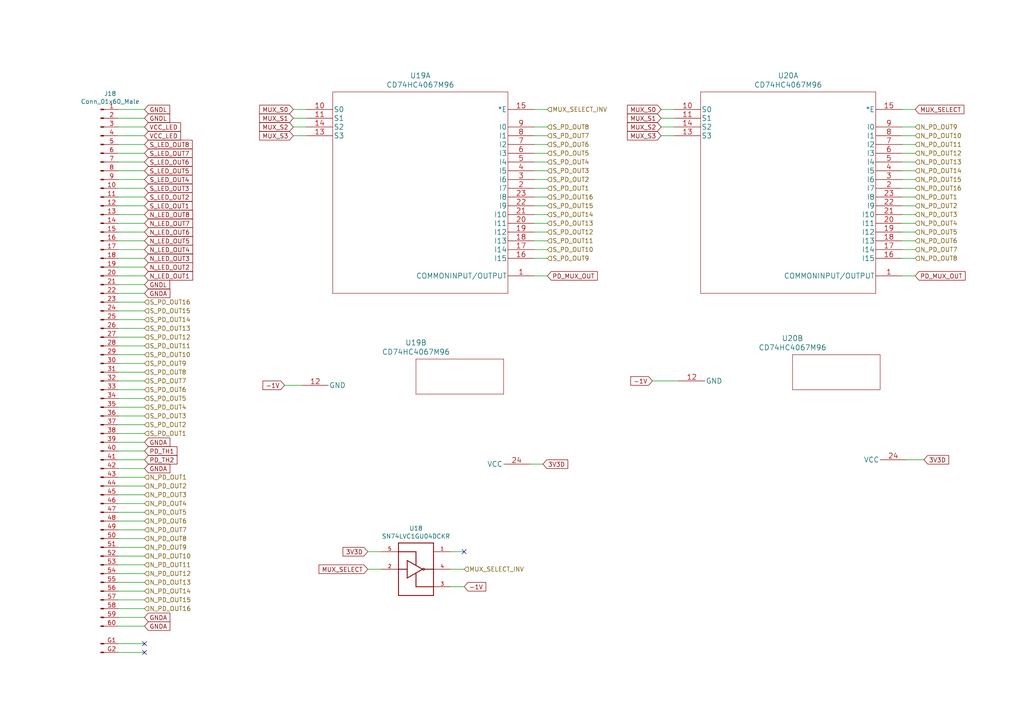
<source format=kicad_sch>
(kicad_sch (version 20211123) (generator eeschema)
  (paper "A4")
  (lib_symbols
    (symbol "Ninja-qPCR:CD74HC4067M96" (pin_names (offset 0.254))
      (property "Reference" "U" (at 33.02 10.16 0))
      (property "Value" "Ninja-qPCR_CD74HC4067M96" (at 33.02 7.62 0))
      (symbol "CD74HC4067M96_1_1"
        (polyline (pts (xy 7.62 -53.34) (xy 58.42 -53.34)) (stroke (width 0.127)))
        (polyline (pts (xy 7.62 5.08) (xy 7.62 -53.34)) (stroke (width 0.127)))
        (polyline (pts (xy 58.42 -53.34) (xy 58.42 5.08)) (stroke (width 0.127)))
        (polyline (pts (xy 58.42 5.08) (xy 7.62 5.08)) (stroke (width 0.127)))
        (pin bidirectional line (at 0 -48.26 0) (length 7.62) (name "COMMONINPUT/OUTPUT") (number "1"))
        (pin output line (at 66.04 0 180) (length 7.62) (name "S0") (number "10"))
        (pin output line (at 66.04 -2.54 180) (length 7.62) (name "S1") (number "11"))
        (pin output line (at 66.04 -7.62 180) (length 7.62) (name "S3") (number "13"))
        (pin output line (at 66.04 -5.08 180) (length 7.62) (name "S2") (number "14"))
        (pin input line (at 0 0 0) (length 7.62) (name "*E") (number "15"))
        (pin input line (at 0 -43.18 0) (length 7.62) (name "I15") (number "16"))
        (pin input line (at 0 -40.64 0) (length 7.62) (name "I14") (number "17"))
        (pin input line (at 0 -38.1 0) (length 7.62) (name "I13") (number "18"))
        (pin input line (at 0 -35.56 0) (length 7.62) (name "I12") (number "19"))
        (pin input line (at 0 -22.86 0) (length 7.62) (name "I7") (number "2"))
        (pin input line (at 0 -33.02 0) (length 7.62) (name "I11") (number "20"))
        (pin input line (at 0 -30.48 0) (length 7.62) (name "I10") (number "21"))
        (pin input line (at 0 -27.94 0) (length 7.62) (name "I9") (number "22"))
        (pin input line (at 0 -25.4 0) (length 7.62) (name "I8") (number "23"))
        (pin input line (at 0 -20.32 0) (length 7.62) (name "I6") (number "3"))
        (pin input line (at 0 -17.78 0) (length 7.62) (name "I5") (number "4"))
        (pin input line (at 0 -15.24 0) (length 7.62) (name "I4") (number "5"))
        (pin input line (at 0 -12.7 0) (length 7.62) (name "I3") (number "6"))
        (pin input line (at 0 -10.16 0) (length 7.62) (name "I2") (number "7"))
        (pin input line (at 0 -7.62 0) (length 7.62) (name "I1") (number "8"))
        (pin input line (at 0 -5.08 0) (length 7.62) (name "I0") (number "9"))
      )
      (symbol "CD74HC4067M96_2_1"
        (polyline (pts (xy 7.62 -5.08) (xy 33.02 -5.08)) (stroke (width 0.127)))
        (polyline (pts (xy 7.62 5.08) (xy 7.62 -5.08)) (stroke (width 0.127)))
        (polyline (pts (xy 33.02 -5.08) (xy 33.02 5.08)) (stroke (width 0.127)))
        (polyline (pts (xy 33.02 5.08) (xy 7.62 5.08)) (stroke (width 0.127)))
        (pin power_in line (at 66.04 -2.54 180) (length 7.62) (name "GND") (number "12"))
        (pin power_in line (at 0 -25.4 0) (length 7.62) (name "VCC") (number "24"))
      )
    )
    (symbol "Ninja-qPCR:Conn_01x60_Male" (pin_names (offset 1.016) hide)
      (property "Reference" "J" (at 0 50.8 0))
      (property "Value" "Ninja-qPCR_Conn_01x60_Male" (at 1.27 -113.03 0))
      (symbol "Conn_01x60_Male_1_1"
        (polyline (pts (xy 1.27 -109.22) (xy 0.8636 -109.22)) (stroke (width 0.1524)))
        (polyline (pts (xy 1.27 -106.68) (xy 0.8636 -106.68)) (stroke (width 0.1524)))
        (polyline (pts (xy 1.27 -101.6) (xy 0.8636 -101.6)) (stroke (width 0.1524)))
        (polyline (pts (xy 1.27 -99.06) (xy 0.8636 -99.06)) (stroke (width 0.1524)))
        (polyline (pts (xy 1.27 -96.52) (xy 0.8636 -96.52)) (stroke (width 0.1524)))
        (polyline (pts (xy 1.27 -93.98) (xy 0.8636 -93.98)) (stroke (width 0.1524)))
        (polyline (pts (xy 1.27 -91.44) (xy 0.8636 -91.44)) (stroke (width 0.1524)))
        (polyline (pts (xy 1.27 -88.9) (xy 0.8636 -88.9)) (stroke (width 0.1524)))
        (polyline (pts (xy 1.27 -86.36) (xy 0.8636 -86.36)) (stroke (width 0.1524)))
        (polyline (pts (xy 1.27 -83.82) (xy 0.8636 -83.82)) (stroke (width 0.1524)))
        (polyline (pts (xy 1.27 -81.28) (xy 0.8636 -81.28)) (stroke (width 0.1524)))
        (polyline (pts (xy 1.27 -78.74) (xy 0.8636 -78.74)) (stroke (width 0.1524)))
        (polyline (pts (xy 1.27 -76.2) (xy 0.8636 -76.2)) (stroke (width 0.1524)))
        (polyline (pts (xy 1.27 -73.66) (xy 0.8636 -73.66)) (stroke (width 0.1524)))
        (polyline (pts (xy 1.27 -71.12) (xy 0.8636 -71.12)) (stroke (width 0.1524)))
        (polyline (pts (xy 1.27 -68.58) (xy 0.8636 -68.58)) (stroke (width 0.1524)))
        (polyline (pts (xy 1.27 -66.04) (xy 0.8636 -66.04)) (stroke (width 0.1524)))
        (polyline (pts (xy 1.27 -63.5) (xy 0.8636 -63.5)) (stroke (width 0.1524)))
        (polyline (pts (xy 1.27 -60.96) (xy 0.8636 -60.96)) (stroke (width 0.1524)))
        (polyline (pts (xy 1.27 -58.42) (xy 0.8636 -58.42)) (stroke (width 0.1524)))
        (polyline (pts (xy 1.27 -55.88) (xy 0.8636 -55.88)) (stroke (width 0.1524)))
        (polyline (pts (xy 1.27 -53.34) (xy 0.8636 -53.34)) (stroke (width 0.1524)))
        (polyline (pts (xy 1.27 -50.8) (xy 0.8636 -50.8)) (stroke (width 0.1524)))
        (polyline (pts (xy 1.27 -48.26) (xy 0.8636 -48.26)) (stroke (width 0.1524)))
        (polyline (pts (xy 1.27 -45.72) (xy 0.8636 -45.72)) (stroke (width 0.1524)))
        (polyline (pts (xy 1.27 -43.18) (xy 0.8636 -43.18)) (stroke (width 0.1524)))
        (polyline (pts (xy 1.27 -40.64) (xy 0.8636 -40.64)) (stroke (width 0.1524)))
        (polyline (pts (xy 1.27 -38.1) (xy 0.8636 -38.1)) (stroke (width 0.1524)))
        (polyline (pts (xy 1.27 -35.56) (xy 0.8636 -35.56)) (stroke (width 0.1524)))
        (polyline (pts (xy 1.27 -33.02) (xy 0.8636 -33.02)) (stroke (width 0.1524)))
        (polyline (pts (xy 1.27 -30.48) (xy 0.8636 -30.48)) (stroke (width 0.1524)))
        (polyline (pts (xy 1.27 -27.94) (xy 0.8636 -27.94)) (stroke (width 0.1524)))
        (polyline (pts (xy 1.27 -25.4) (xy 0.8636 -25.4)) (stroke (width 0.1524)))
        (polyline (pts (xy 1.27 -22.86) (xy 0.8636 -22.86)) (stroke (width 0.1524)))
        (polyline (pts (xy 1.27 -20.32) (xy 0.8636 -20.32)) (stroke (width 0.1524)))
        (polyline (pts (xy 1.27 -17.78) (xy 0.8636 -17.78)) (stroke (width 0.1524)))
        (polyline (pts (xy 1.27 -15.24) (xy 0.8636 -15.24)) (stroke (width 0.1524)))
        (polyline (pts (xy 1.27 -12.7) (xy 0.8636 -12.7)) (stroke (width 0.1524)))
        (polyline (pts (xy 1.27 -10.16) (xy 0.8636 -10.16)) (stroke (width 0.1524)))
        (polyline (pts (xy 1.27 -7.62) (xy 0.8636 -7.62)) (stroke (width 0.1524)))
        (polyline (pts (xy 1.27 -5.08) (xy 0.8636 -5.08)) (stroke (width 0.1524)))
        (polyline (pts (xy 1.27 -2.54) (xy 0.8636 -2.54)) (stroke (width 0.1524)))
        (polyline (pts (xy 1.27 0) (xy 0.8636 0)) (stroke (width 0.1524)))
        (polyline (pts (xy 1.27 2.54) (xy 0.8636 2.54)) (stroke (width 0.1524)))
        (polyline (pts (xy 1.27 5.08) (xy 0.8636 5.08)) (stroke (width 0.1524)))
        (polyline (pts (xy 1.27 7.62) (xy 0.8636 7.62)) (stroke (width 0.1524)))
        (polyline (pts (xy 1.27 10.16) (xy 0.8636 10.16)) (stroke (width 0.1524)))
        (polyline (pts (xy 1.27 12.7) (xy 0.8636 12.7)) (stroke (width 0.1524)))
        (polyline (pts (xy 1.27 15.24) (xy 0.8636 15.24)) (stroke (width 0.1524)))
        (polyline (pts (xy 1.27 17.78) (xy 0.8636 17.78)) (stroke (width 0.1524)))
        (polyline (pts (xy 1.27 20.32) (xy 0.8636 20.32)) (stroke (width 0.1524)))
        (polyline (pts (xy 1.27 22.86) (xy 0.8636 22.86)) (stroke (width 0.1524)))
        (polyline (pts (xy 1.27 25.4) (xy 0.8636 25.4)) (stroke (width 0.1524)))
        (polyline (pts (xy 1.27 27.94) (xy 0.8636 27.94)) (stroke (width 0.1524)))
        (polyline (pts (xy 1.27 30.48) (xy 0.8636 30.48)) (stroke (width 0.1524)))
        (polyline (pts (xy 1.27 33.02) (xy 0.8636 33.02)) (stroke (width 0.1524)))
        (polyline (pts (xy 1.27 35.56) (xy 0.8636 35.56)) (stroke (width 0.1524)))
        (polyline (pts (xy 1.27 38.1) (xy 0.8636 38.1)) (stroke (width 0.1524)))
        (polyline (pts (xy 1.27 40.64) (xy 0.8636 40.64)) (stroke (width 0.1524)))
        (polyline (pts (xy 1.27 43.18) (xy 0.8636 43.18)) (stroke (width 0.1524)))
        (polyline (pts (xy 1.27 45.72) (xy 0.8636 45.72)) (stroke (width 0.1524)))
        (polyline (pts (xy 1.27 48.26) (xy 0.8636 48.26)) (stroke (width 0.1524)))
        (rectangle (start 0.8636 -109.093) (end 0 -109.347) (stroke (width 0.1524)) (fill (type outline)))
        (rectangle (start 0.8636 -106.553) (end 0 -106.807) (stroke (width 0.1524)) (fill (type outline)))
        (rectangle (start 0.8636 -101.473) (end 0 -101.727) (stroke (width 0.1524)) (fill (type outline)))
        (rectangle (start 0.8636 -98.933) (end 0 -99.187) (stroke (width 0.1524)) (fill (type outline)))
        (rectangle (start 0.8636 -96.393) (end 0 -96.647) (stroke (width 0.1524)) (fill (type outline)))
        (rectangle (start 0.8636 -93.853) (end 0 -94.107) (stroke (width 0.1524)) (fill (type outline)))
        (rectangle (start 0.8636 -91.313) (end 0 -91.567) (stroke (width 0.1524)) (fill (type outline)))
        (rectangle (start 0.8636 -88.773) (end 0 -89.027) (stroke (width 0.1524)) (fill (type outline)))
        (rectangle (start 0.8636 -86.233) (end 0 -86.487) (stroke (width 0.1524)) (fill (type outline)))
        (rectangle (start 0.8636 -83.693) (end 0 -83.947) (stroke (width 0.1524)) (fill (type outline)))
        (rectangle (start 0.8636 -81.153) (end 0 -81.407) (stroke (width 0.1524)) (fill (type outline)))
        (rectangle (start 0.8636 -78.613) (end 0 -78.867) (stroke (width 0.1524)) (fill (type outline)))
        (rectangle (start 0.8636 -76.073) (end 0 -76.327) (stroke (width 0.1524)) (fill (type outline)))
        (rectangle (start 0.8636 -73.533) (end 0 -73.787) (stroke (width 0.1524)) (fill (type outline)))
        (rectangle (start 0.8636 -70.993) (end 0 -71.247) (stroke (width 0.1524)) (fill (type outline)))
        (rectangle (start 0.8636 -68.453) (end 0 -68.707) (stroke (width 0.1524)) (fill (type outline)))
        (rectangle (start 0.8636 -65.913) (end 0 -66.167) (stroke (width 0.1524)) (fill (type outline)))
        (rectangle (start 0.8636 -63.373) (end 0 -63.627) (stroke (width 0.1524)) (fill (type outline)))
        (rectangle (start 0.8636 -60.833) (end 0 -61.087) (stroke (width 0.1524)) (fill (type outline)))
        (rectangle (start 0.8636 -58.293) (end 0 -58.547) (stroke (width 0.1524)) (fill (type outline)))
        (rectangle (start 0.8636 -55.753) (end 0 -56.007) (stroke (width 0.1524)) (fill (type outline)))
        (rectangle (start 0.8636 -53.213) (end 0 -53.467) (stroke (width 0.1524)) (fill (type outline)))
        (rectangle (start 0.8636 -50.673) (end 0 -50.927) (stroke (width 0.1524)) (fill (type outline)))
        (rectangle (start 0.8636 -48.133) (end 0 -48.387) (stroke (width 0.1524)) (fill (type outline)))
        (rectangle (start 0.8636 -45.593) (end 0 -45.847) (stroke (width 0.1524)) (fill (type outline)))
        (rectangle (start 0.8636 -43.053) (end 0 -43.307) (stroke (width 0.1524)) (fill (type outline)))
        (rectangle (start 0.8636 -40.513) (end 0 -40.767) (stroke (width 0.1524)) (fill (type outline)))
        (rectangle (start 0.8636 -37.973) (end 0 -38.227) (stroke (width 0.1524)) (fill (type outline)))
        (rectangle (start 0.8636 -35.433) (end 0 -35.687) (stroke (width 0.1524)) (fill (type outline)))
        (rectangle (start 0.8636 -32.893) (end 0 -33.147) (stroke (width 0.1524)) (fill (type outline)))
        (rectangle (start 0.8636 -30.353) (end 0 -30.607) (stroke (width 0.1524)) (fill (type outline)))
        (rectangle (start 0.8636 -27.813) (end 0 -28.067) (stroke (width 0.1524)) (fill (type outline)))
        (rectangle (start 0.8636 -25.273) (end 0 -25.527) (stroke (width 0.1524)) (fill (type outline)))
        (rectangle (start 0.8636 -22.733) (end 0 -22.987) (stroke (width 0.1524)) (fill (type outline)))
        (rectangle (start 0.8636 -20.193) (end 0 -20.447) (stroke (width 0.1524)) (fill (type outline)))
        (rectangle (start 0.8636 -17.653) (end 0 -17.907) (stroke (width 0.1524)) (fill (type outline)))
        (rectangle (start 0.8636 -15.113) (end 0 -15.367) (stroke (width 0.1524)) (fill (type outline)))
        (rectangle (start 0.8636 -12.573) (end 0 -12.827) (stroke (width 0.1524)) (fill (type outline)))
        (rectangle (start 0.8636 -10.033) (end 0 -10.287) (stroke (width 0.1524)) (fill (type outline)))
        (rectangle (start 0.8636 -7.493) (end 0 -7.747) (stroke (width 0.1524)) (fill (type outline)))
        (rectangle (start 0.8636 -4.953) (end 0 -5.207) (stroke (width 0.1524)) (fill (type outline)))
        (rectangle (start 0.8636 -2.413) (end 0 -2.667) (stroke (width 0.1524)) (fill (type outline)))
        (rectangle (start 0.8636 0.127) (end 0 -0.127) (stroke (width 0.1524)) (fill (type outline)))
        (rectangle (start 0.8636 2.667) (end 0 2.413) (stroke (width 0.1524)) (fill (type outline)))
        (rectangle (start 0.8636 5.207) (end 0 4.953) (stroke (width 0.1524)) (fill (type outline)))
        (rectangle (start 0.8636 7.747) (end 0 7.493) (stroke (width 0.1524)) (fill (type outline)))
        (rectangle (start 0.8636 10.287) (end 0 10.033) (stroke (width 0.1524)) (fill (type outline)))
        (rectangle (start 0.8636 12.827) (end 0 12.573) (stroke (width 0.1524)) (fill (type outline)))
        (rectangle (start 0.8636 15.367) (end 0 15.113) (stroke (width 0.1524)) (fill (type outline)))
        (rectangle (start 0.8636 17.907) (end 0 17.653) (stroke (width 0.1524)) (fill (type outline)))
        (rectangle (start 0.8636 20.447) (end 0 20.193) (stroke (width 0.1524)) (fill (type outline)))
        (rectangle (start 0.8636 22.987) (end 0 22.733) (stroke (width 0.1524)) (fill (type outline)))
        (rectangle (start 0.8636 25.527) (end 0 25.273) (stroke (width 0.1524)) (fill (type outline)))
        (rectangle (start 0.8636 28.067) (end 0 27.813) (stroke (width 0.1524)) (fill (type outline)))
        (rectangle (start 0.8636 30.607) (end 0 30.353) (stroke (width 0.1524)) (fill (type outline)))
        (rectangle (start 0.8636 33.147) (end 0 32.893) (stroke (width 0.1524)) (fill (type outline)))
        (rectangle (start 0.8636 35.687) (end 0 35.433) (stroke (width 0.1524)) (fill (type outline)))
        (rectangle (start 0.8636 38.227) (end 0 37.973) (stroke (width 0.1524)) (fill (type outline)))
        (rectangle (start 0.8636 40.767) (end 0 40.513) (stroke (width 0.1524)) (fill (type outline)))
        (rectangle (start 0.8636 43.307) (end 0 43.053) (stroke (width 0.1524)) (fill (type outline)))
        (rectangle (start 0.8636 45.847) (end 0 45.593) (stroke (width 0.1524)) (fill (type outline)))
        (rectangle (start 0.8636 48.387) (end 0 48.133) (stroke (width 0.1524)) (fill (type outline)))
        (pin passive line (at 5.08 48.26 180) (length 3.81) (name "Pin_1") (number "1"))
        (pin passive line (at 5.08 25.4 180) (length 3.81) (name "Pin_10") (number "10"))
        (pin passive line (at 5.08 22.86 180) (length 3.81) (name "Pin_11") (number "11"))
        (pin passive line (at 5.08 20.32 180) (length 3.81) (name "Pin_12") (number "12"))
        (pin passive line (at 5.08 17.78 180) (length 3.81) (name "Pin_13") (number "13"))
        (pin passive line (at 5.08 15.24 180) (length 3.81) (name "Pin_14") (number "14"))
        (pin passive line (at 5.08 12.7 180) (length 3.81) (name "Pin_15") (number "15"))
        (pin passive line (at 5.08 10.16 180) (length 3.81) (name "Pin_16") (number "16"))
        (pin passive line (at 5.08 7.62 180) (length 3.81) (name "Pin_17") (number "17"))
        (pin passive line (at 5.08 5.08 180) (length 3.81) (name "Pin_18") (number "18"))
        (pin passive line (at 5.08 2.54 180) (length 3.81) (name "Pin_19") (number "19"))
        (pin passive line (at 5.08 45.72 180) (length 3.81) (name "Pin_2") (number "2"))
        (pin passive line (at 5.08 0 180) (length 3.81) (name "Pin_20") (number "20"))
        (pin passive line (at 5.08 -2.54 180) (length 3.81) (name "Pin_21") (number "21"))
        (pin passive line (at 5.08 -5.08 180) (length 3.81) (name "Pin_22") (number "22"))
        (pin passive line (at 5.08 -7.62 180) (length 3.81) (name "Pin_23") (number "23"))
        (pin passive line (at 5.08 -10.16 180) (length 3.81) (name "Pin_24") (number "24"))
        (pin passive line (at 5.08 -12.7 180) (length 3.81) (name "Pin_25") (number "25"))
        (pin passive line (at 5.08 -15.24 180) (length 3.81) (name "Pin_26") (number "26"))
        (pin passive line (at 5.08 -17.78 180) (length 3.81) (name "Pin_27") (number "27"))
        (pin passive line (at 5.08 -20.32 180) (length 3.81) (name "Pin_28") (number "28"))
        (pin passive line (at 5.08 -22.86 180) (length 3.81) (name "Pin_29") (number "29"))
        (pin passive line (at 5.08 43.18 180) (length 3.81) (name "Pin_3") (number "3"))
        (pin passive line (at 5.08 -25.4 180) (length 3.81) (name "Pin_30") (number "30"))
        (pin passive line (at 5.08 -27.94 180) (length 3.81) (name "Pin_31") (number "31"))
        (pin passive line (at 5.08 -30.48 180) (length 3.81) (name "Pin_32") (number "32"))
        (pin passive line (at 5.08 -33.02 180) (length 3.81) (name "Pin_33") (number "33"))
        (pin passive line (at 5.08 -35.56 180) (length 3.81) (name "Pin_34") (number "34"))
        (pin passive line (at 5.08 -38.1 180) (length 3.81) (name "Pin_35") (number "35"))
        (pin passive line (at 5.08 -40.64 180) (length 3.81) (name "Pin_36") (number "36"))
        (pin passive line (at 5.08 -43.18 180) (length 3.81) (name "Pin_37") (number "37"))
        (pin passive line (at 5.08 -45.72 180) (length 3.81) (name "Pin_38") (number "38"))
        (pin passive line (at 5.08 -48.26 180) (length 3.81) (name "Pin_39") (number "39"))
        (pin passive line (at 5.08 40.64 180) (length 3.81) (name "Pin_4") (number "4"))
        (pin passive line (at 5.08 -50.8 180) (length 3.81) (name "Pin_40") (number "40"))
        (pin passive line (at 5.08 -53.34 180) (length 3.81) (name "Pin_41") (number "41"))
        (pin passive line (at 5.08 -55.88 180) (length 3.81) (name "Pin_42") (number "42"))
        (pin passive line (at 5.08 -58.42 180) (length 3.81) (name "Pin_43") (number "43"))
        (pin passive line (at 5.08 -60.96 180) (length 3.81) (name "Pin_44") (number "44"))
        (pin passive line (at 5.08 -63.5 180) (length 3.81) (name "Pin_45") (number "45"))
        (pin passive line (at 5.08 -66.04 180) (length 3.81) (name "Pin_46") (number "46"))
        (pin passive line (at 5.08 -68.58 180) (length 3.81) (name "Pin_47") (number "47"))
        (pin passive line (at 5.08 -71.12 180) (length 3.81) (name "Pin_48") (number "48"))
        (pin passive line (at 5.08 -73.66 180) (length 3.81) (name "Pin_49") (number "49"))
        (pin passive line (at 5.08 38.1 180) (length 3.81) (name "Pin_5") (number "5"))
        (pin passive line (at 5.08 -76.2 180) (length 3.81) (name "Pin_50") (number "50"))
        (pin passive line (at 5.08 -78.74 180) (length 3.81) (name "Pin_51") (number "51"))
        (pin passive line (at 5.08 -81.28 180) (length 3.81) (name "Pin_52") (number "52"))
        (pin passive line (at 5.08 -83.82 180) (length 3.81) (name "Pin_53") (number "53"))
        (pin passive line (at 5.08 -86.36 180) (length 3.81) (name "Pin_54") (number "54"))
        (pin passive line (at 5.08 -88.9 180) (length 3.81) (name "Pin_55") (number "55"))
        (pin passive line (at 5.08 -91.44 180) (length 3.81) (name "Pin_56") (number "56"))
        (pin passive line (at 5.08 -93.98 180) (length 3.81) (name "Pin_57") (number "57"))
        (pin passive line (at 5.08 -96.52 180) (length 3.81) (name "Pin_58") (number "58"))
        (pin passive line (at 5.08 -99.06 180) (length 3.81) (name "Pin_59") (number "59"))
        (pin passive line (at 5.08 35.56 180) (length 3.81) (name "Pin_6") (number "6"))
        (pin passive line (at 5.08 -101.6 180) (length 3.81) (name "Pin_60") (number "60"))
        (pin passive line (at 5.08 33.02 180) (length 3.81) (name "Pin_7") (number "7"))
        (pin passive line (at 5.08 30.48 180) (length 3.81) (name "Pin_8") (number "8"))
        (pin passive line (at 5.08 27.94 180) (length 3.81) (name "Pin_9") (number "9"))
        (pin passive line (at 5.08 -106.68 180) (length 3.81) (name "Pin_G1") (number "G1"))
        (pin passive line (at 5.08 -109.22 180) (length 3.81) (name "Pin_G2") (number "G2"))
      )
    )
    (symbol "Ninja-qPCR:SN74LVC1G04DBVR" (pin_names (offset 1.016) hide)
      (property "Reference" "U" (at -5.08 8.6106 0))
      (property "Value" "Ninja-qPCR_SN74LVC1G04DBVR" (at -5.08 -10.16 0))
      (symbol "SN74LVC1G04DBVR_0_0"
        (polyline (pts (xy -5.08 -7.62) (xy 5.08 -7.62)) (stroke (width 0.254)))
        (polyline (pts (xy -5.08 0) (xy -2.54 0)) (stroke (width 0.254)))
        (polyline (pts (xy -5.08 5.08) (xy 0 5.08)) (stroke (width 0.254)))
        (polyline (pts (xy -5.08 7.62) (xy -5.08 -7.62)) (stroke (width 0.254)))
        (polyline (pts (xy -2.54 -2.54) (xy -2.54 0)) (stroke (width 0.254)))
        (polyline (pts (xy -2.54 0) (xy -2.54 2.54)) (stroke (width 0.254)))
        (polyline (pts (xy -2.54 2.54) (xy 1.905 0)) (stroke (width 0.254)))
        (polyline (pts (xy 0 -5.08) (xy 5.08 -5.08)) (stroke (width 0.254)))
        (polyline (pts (xy 0 -1.143) (xy 0 -5.08)) (stroke (width 0.254)))
        (polyline (pts (xy 0 5.08) (xy 0 1.143)) (stroke (width 0.254)))
        (polyline (pts (xy 1.905 0) (xy -2.54 -2.54)) (stroke (width 0.254)))
        (polyline (pts (xy 2.54 0) (xy 5.08 0)) (stroke (width 0.254)))
        (polyline (pts (xy 5.08 -7.62) (xy 5.08 7.62)) (stroke (width 0.254)))
        (polyline (pts (xy 5.08 7.62) (xy -5.08 7.62)) (stroke (width 0.254)))
        (circle (center 2.1844 0) (radius 0.254) (stroke (width 0.254)))
        (pin passive line (at 10.16 5.08 180) (length 5.08) (name "~") (number "1"))
        (pin input line (at -10.16 0 0) (length 5.08) (name "~") (number "2"))
        (pin power_in line (at 10.16 -5.08 180) (length 5.08) (name "~") (number "3"))
        (pin output line (at 10.16 0 180) (length 5.08) (name "~") (number "4"))
        (pin power_in line (at -10.16 5.08 0) (length 5.08) (name "~") (number "5"))
      )
    )
  )
  (no_connect (at 134.62 160.02))
  (no_connect (at 41.91 189.23))
  (no_connect (at 41.91 186.69))
  (wire (pts (xy 88.9 31.75) (xy 85.09 31.75)))
  (wire (pts (xy 41.91 80.01) (xy 34.29 80.01)))
  (wire (pts (xy 265.43 67.31) (xy 261.62 67.31)))
  (wire (pts (xy 265.43 44.45) (xy 261.62 44.45)))
  (wire (pts (xy 41.91 148.59) (xy 34.29 148.59)))
  (wire (pts (xy 41.91 135.89) (xy 34.29 135.89)))
  (wire (pts (xy 41.91 179.07) (xy 34.29 179.07)))
  (wire (pts (xy 41.91 92.71) (xy 34.29 92.71)))
  (wire (pts (xy 41.91 39.37) (xy 34.29 39.37)))
  (wire (pts (xy 267.97 133.35) (xy 262.89 133.35)))
  (wire (pts (xy 82.55 111.76) (xy 87.63 111.76)))
  (wire (pts (xy 41.91 64.77) (xy 34.29 64.77)))
  (wire (pts (xy 41.91 171.45) (xy 34.29 171.45)))
  (wire (pts (xy 41.91 85.09) (xy 34.29 85.09)))
  (wire (pts (xy 41.91 36.83) (xy 34.29 36.83)))
  (wire (pts (xy 134.62 160.02) (xy 130.81 160.02)))
  (wire (pts (xy 265.43 31.75) (xy 261.62 31.75)))
  (wire (pts (xy 189.23 110.49) (xy 196.85 110.49)))
  (wire (pts (xy 41.91 31.75) (xy 34.29 31.75)))
  (wire (pts (xy 265.43 54.61) (xy 261.62 54.61)))
  (wire (pts (xy 41.91 140.97) (xy 34.29 140.97)))
  (wire (pts (xy 41.91 82.55) (xy 34.29 82.55)))
  (wire (pts (xy 158.75 80.01) (xy 154.94 80.01)))
  (wire (pts (xy 41.91 181.61) (xy 34.29 181.61)))
  (wire (pts (xy 41.91 151.13) (xy 34.29 151.13)))
  (wire (pts (xy 158.75 67.31) (xy 154.94 67.31)))
  (wire (pts (xy 265.43 64.77) (xy 261.62 64.77)))
  (wire (pts (xy 41.91 46.99) (xy 34.29 46.99)))
  (wire (pts (xy 158.75 41.91) (xy 154.94 41.91)))
  (wire (pts (xy 191.77 34.29) (xy 195.58 34.29)))
  (wire (pts (xy 265.43 41.91) (xy 261.62 41.91)))
  (wire (pts (xy 41.91 138.43) (xy 34.29 138.43)))
  (wire (pts (xy 41.91 113.03) (xy 34.29 113.03)))
  (wire (pts (xy 265.43 57.15) (xy 261.62 57.15)))
  (wire (pts (xy 41.91 118.11) (xy 34.29 118.11)))
  (wire (pts (xy 195.58 36.83) (xy 191.77 36.83)))
  (wire (pts (xy 41.91 72.39) (xy 34.29 72.39)))
  (wire (pts (xy 158.75 31.75) (xy 154.94 31.75)))
  (wire (pts (xy 88.9 39.37) (xy 85.09 39.37)))
  (wire (pts (xy 41.91 44.45) (xy 34.29 44.45)))
  (wire (pts (xy 158.75 54.61) (xy 154.94 54.61)))
  (wire (pts (xy 41.91 100.33) (xy 34.29 100.33)))
  (wire (pts (xy 191.77 39.37) (xy 195.58 39.37)))
  (wire (pts (xy 41.91 146.05) (xy 34.29 146.05)))
  (wire (pts (xy 41.91 57.15) (xy 34.29 57.15)))
  (wire (pts (xy 265.43 49.53) (xy 261.62 49.53)))
  (wire (pts (xy 158.75 69.85) (xy 154.94 69.85)))
  (wire (pts (xy 41.91 59.69) (xy 34.29 59.69)))
  (wire (pts (xy 41.91 161.29) (xy 34.29 161.29)))
  (wire (pts (xy 41.91 74.93) (xy 34.29 74.93)))
  (wire (pts (xy 265.43 69.85) (xy 261.62 69.85)))
  (wire (pts (xy 41.91 102.87) (xy 34.29 102.87)))
  (wire (pts (xy 41.91 97.79) (xy 34.29 97.79)))
  (wire (pts (xy 41.91 163.83) (xy 34.29 163.83)))
  (wire (pts (xy 41.91 90.17) (xy 34.29 90.17)))
  (wire (pts (xy 158.75 74.93) (xy 154.94 74.93)))
  (wire (pts (xy 41.91 168.91) (xy 34.29 168.91)))
  (wire (pts (xy 41.91 176.53) (xy 34.29 176.53)))
  (wire (pts (xy 41.91 49.53) (xy 34.29 49.53)))
  (wire (pts (xy 88.9 36.83) (xy 85.09 36.83)))
  (wire (pts (xy 158.75 49.53) (xy 154.94 49.53)))
  (wire (pts (xy 41.91 186.69) (xy 34.29 186.69)))
  (wire (pts (xy 158.75 57.15) (xy 154.94 57.15)))
  (wire (pts (xy 106.68 165.1) (xy 110.49 165.1)))
  (wire (pts (xy 158.75 36.83) (xy 154.94 36.83)))
  (wire (pts (xy 41.91 54.61) (xy 34.29 54.61)))
  (wire (pts (xy 158.75 59.69) (xy 154.94 59.69)))
  (wire (pts (xy 110.49 160.02) (xy 106.68 160.02)))
  (wire (pts (xy 158.75 62.23) (xy 154.94 62.23)))
  (wire (pts (xy 41.91 105.41) (xy 34.29 105.41)))
  (wire (pts (xy 41.91 77.47) (xy 34.29 77.47)))
  (wire (pts (xy 41.91 173.99) (xy 34.29 173.99)))
  (wire (pts (xy 158.75 64.77) (xy 154.94 64.77)))
  (wire (pts (xy 41.91 156.21) (xy 34.29 156.21)))
  (wire (pts (xy 134.62 170.18) (xy 130.81 170.18)))
  (wire (pts (xy 41.91 110.49) (xy 34.29 110.49)))
  (wire (pts (xy 41.91 125.73) (xy 34.29 125.73)))
  (wire (pts (xy 41.91 95.25) (xy 34.29 95.25)))
  (wire (pts (xy 265.43 36.83) (xy 261.62 36.83)))
  (wire (pts (xy 88.9 34.29) (xy 85.09 34.29)))
  (wire (pts (xy 265.43 72.39) (xy 261.62 72.39)))
  (wire (pts (xy 41.91 52.07) (xy 34.29 52.07)))
  (wire (pts (xy 265.43 62.23) (xy 261.62 62.23)))
  (wire (pts (xy 41.91 166.37) (xy 34.29 166.37)))
  (wire (pts (xy 158.75 46.99) (xy 154.94 46.99)))
  (wire (pts (xy 265.43 52.07) (xy 261.62 52.07)))
  (wire (pts (xy 41.91 123.19) (xy 34.29 123.19)))
  (wire (pts (xy 265.43 74.93) (xy 261.62 74.93)))
  (wire (pts (xy 134.62 165.1) (xy 130.81 165.1)))
  (wire (pts (xy 41.91 133.35) (xy 34.29 133.35)))
  (wire (pts (xy 265.43 59.69) (xy 261.62 59.69)))
  (wire (pts (xy 41.91 67.31) (xy 34.29 67.31)))
  (wire (pts (xy 158.75 39.37) (xy 154.94 39.37)))
  (wire (pts (xy 158.75 52.07) (xy 154.94 52.07)))
  (wire (pts (xy 195.58 31.75) (xy 191.77 31.75)))
  (wire (pts (xy 41.91 69.85) (xy 34.29 69.85)))
  (wire (pts (xy 265.43 80.01) (xy 261.62 80.01)))
  (wire (pts (xy 41.91 153.67) (xy 34.29 153.67)))
  (wire (pts (xy 158.75 44.45) (xy 154.94 44.45)))
  (wire (pts (xy 41.91 41.91) (xy 34.29 41.91)))
  (wire (pts (xy 265.43 39.37) (xy 261.62 39.37)))
  (wire (pts (xy 158.75 72.39) (xy 154.94 72.39)))
  (wire (pts (xy 41.91 34.29) (xy 34.29 34.29)))
  (wire (pts (xy 41.91 158.75) (xy 34.29 158.75)))
  (wire (pts (xy 41.91 120.65) (xy 34.29 120.65)))
  (wire (pts (xy 41.91 128.27) (xy 34.29 128.27)))
  (wire (pts (xy 41.91 189.23) (xy 34.29 189.23)))
  (wire (pts (xy 265.43 46.99) (xy 261.62 46.99)))
  (wire (pts (xy 41.91 107.95) (xy 34.29 107.95)))
  (wire (pts (xy 41.91 130.81) (xy 34.29 130.81)))
  (wire (pts (xy 157.48 134.62) (xy 153.67 134.62)))
  (wire (pts (xy 41.91 115.57) (xy 34.29 115.57)))
  (wire (pts (xy 41.91 87.63) (xy 34.29 87.63)))
  (wire (pts (xy 41.91 62.23) (xy 34.29 62.23)))
  (wire (pts (xy 41.91 143.51) (xy 34.29 143.51)))
  (global_label "PD_MUX_OUT" (shape input) (at 265.43 80.01 0) (property "Intersheet References" "${INTERSHEET_REFS}" (effects hide)))
  (global_label "MUX_S0" (shape input) (at 85.09 31.75 180) (property "Intersheet References" "${INTERSHEET_REFS}" (effects hide)))
  (global_label "S_LED_OUT6" (shape input) (at 41.91 46.99 0) (property "Intersheet References" "${INTERSHEET_REFS}" (effects hide)))
  (global_label "MUX_S3" (shape input) (at 85.09 39.37 180) (property "Intersheet References" "${INTERSHEET_REFS}" (effects hide)))
  (global_label "GNDA" (shape input) (at 41.91 128.27 0) (property "Intersheet References" "${INTERSHEET_REFS}" (effects hide)))
  (global_label "3V3D" (shape input) (at 157.48 134.62 0) (property "Intersheet References" "${INTERSHEET_REFS}" (effects hide)))
  (global_label "N_LED_OUT8" (shape input) (at 41.91 62.23 0) (property "Intersheet References" "${INTERSHEET_REFS}" (effects hide)))
  (global_label "GNDL" (shape input) (at 41.91 34.29 0) (property "Intersheet References" "${INTERSHEET_REFS}" (effects hide)))
  (global_label "S_LED_OUT4" (shape input) (at 41.91 52.07 0) (property "Intersheet References" "${INTERSHEET_REFS}" (effects hide)))
  (global_label "GNDA" (shape input) (at 41.91 135.89 0) (property "Intersheet References" "${INTERSHEET_REFS}" (effects hide)))
  (global_label "MUX_S2" (shape input) (at 85.09 36.83 180) (property "Intersheet References" "${INTERSHEET_REFS}" (effects hide)))
  (global_label "N_LED_OUT4" (shape input) (at 41.91 72.39 0) (property "Intersheet References" "${INTERSHEET_REFS}" (effects hide)))
  (global_label "MUX_SELECT" (shape input) (at 265.43 31.75 0) (property "Intersheet References" "${INTERSHEET_REFS}" (effects hide)))
  (global_label "MUX_SELECT" (shape input) (at 106.68 165.1 180) (property "Intersheet References" "${INTERSHEET_REFS}" (effects hide)))
  (global_label "-1V" (shape input) (at 134.62 170.18 0) (property "Intersheet References" "${INTERSHEET_REFS}" (effects hide)))
  (global_label "VCC_LED" (shape input) (at 41.91 36.83 0) (property "Intersheet References" "${INTERSHEET_REFS}" (effects hide)))
  (global_label "S_LED_OUT7" (shape input) (at 41.91 44.45 0) (property "Intersheet References" "${INTERSHEET_REFS}" (effects hide)))
  (global_label "S_LED_OUT3" (shape input) (at 41.91 54.61 0) (property "Intersheet References" "${INTERSHEET_REFS}" (effects hide)))
  (global_label "S_LED_OUT1" (shape input) (at 41.91 59.69 0) (property "Intersheet References" "${INTERSHEET_REFS}" (effects hide)))
  (global_label "N_LED_OUT7" (shape input) (at 41.91 64.77 0) (property "Intersheet References" "${INTERSHEET_REFS}" (effects hide)))
  (global_label "3V3D" (shape input) (at 106.68 160.02 180) (property "Intersheet References" "${INTERSHEET_REFS}" (effects hide)))
  (global_label "N_LED_OUT2" (shape input) (at 41.91 77.47 0) (property "Intersheet References" "${INTERSHEET_REFS}" (effects hide)))
  (global_label "N_LED_OUT6" (shape input) (at 41.91 67.31 0) (property "Intersheet References" "${INTERSHEET_REFS}" (effects hide)))
  (global_label "MUX_S2" (shape input) (at 191.77 36.83 180) (property "Intersheet References" "${INTERSHEET_REFS}" (effects hide)))
  (global_label "N_LED_OUT3" (shape input) (at 41.91 74.93 0) (property "Intersheet References" "${INTERSHEET_REFS}" (effects hide)))
  (global_label "3V3D" (shape input) (at 267.97 133.35 0) (property "Intersheet References" "${INTERSHEET_REFS}" (effects hide)))
  (global_label "MUX_S1" (shape input) (at 191.77 34.29 180) (property "Intersheet References" "${INTERSHEET_REFS}" (effects hide)))
  (global_label "S_LED_OUT2" (shape input) (at 41.91 57.15 0) (property "Intersheet References" "${INTERSHEET_REFS}" (effects hide)))
  (global_label "-1V" (shape input) (at 189.23 110.49 180) (property "Intersheet References" "${INTERSHEET_REFS}" (effects hide)))
  (global_label "PD_TH2" (shape input) (at 41.91 133.35 0) (property "Intersheet References" "${INTERSHEET_REFS}" (effects hide)))
  (global_label "PD_MUX_OUT" (shape input) (at 158.75 80.01 0) (property "Intersheet References" "${INTERSHEET_REFS}" (effects hide)))
  (global_label "MUX_S0" (shape input) (at 191.77 31.75 180) (property "Intersheet References" "${INTERSHEET_REFS}" (effects hide)))
  (global_label "MUX_S1" (shape input) (at 85.09 34.29 180) (property "Intersheet References" "${INTERSHEET_REFS}" (effects hide)))
  (global_label "GNDA" (shape input) (at 41.91 179.07 0) (property "Intersheet References" "${INTERSHEET_REFS}" (effects hide)))
  (global_label "GNDL" (shape input) (at 41.91 31.75 0) (property "Intersheet References" "${INTERSHEET_REFS}" (effects hide)))
  (global_label "S_LED_OUT5" (shape input) (at 41.91 49.53 0) (property "Intersheet References" "${INTERSHEET_REFS}" (effects hide)))
  (global_label "GNDL" (shape input) (at 41.91 82.55 0) (property "Intersheet References" "${INTERSHEET_REFS}" (effects hide)))
  (global_label "MUX_S3" (shape input) (at 191.77 39.37 180) (property "Intersheet References" "${INTERSHEET_REFS}" (effects hide)))
  (global_label "GNDA" (shape input) (at 41.91 85.09 0) (property "Intersheet References" "${INTERSHEET_REFS}" (effects hide)))
  (global_label "N_LED_OUT1" (shape input) (at 41.91 80.01 0) (property "Intersheet References" "${INTERSHEET_REFS}" (effects hide)))
  (global_label "S_LED_OUT8" (shape input) (at 41.91 41.91 0) (property "Intersheet References" "${INTERSHEET_REFS}" (effects hide)))
  (global_label "VCC_LED" (shape input) (at 41.91 39.37 0) (property "Intersheet References" "${INTERSHEET_REFS}" (effects hide)))
  (global_label "-1V" (shape input) (at 82.55 111.76 180) (property "Intersheet References" "${INTERSHEET_REFS}" (effects hide)))
  (global_label "N_LED_OUT5" (shape input) (at 41.91 69.85 0) (property "Intersheet References" "${INTERSHEET_REFS}" (effects hide)))
  (global_label "GNDA" (shape input) (at 41.91 181.61 0) (property "Intersheet References" "${INTERSHEET_REFS}" (effects hide)))
  (global_label "PD_TH1" (shape input) (at 41.91 130.81 0) (property "Intersheet References" "${INTERSHEET_REFS}" (effects hide)))
  (hierarchical_label "N_PD_OUT14" (shape input) (at 41.91 171.45 0))
  (hierarchical_label "S_PD_OUT10" (shape input) (at 158.75 72.39 0))
  (hierarchical_label "S_PD_OUT3" (shape input) (at 41.91 120.65 0))
  (hierarchical_label "S_PD_OUT2" (shape input) (at 158.75 52.07 0))
  (hierarchical_label "S_PD_OUT3" (shape input) (at 158.75 49.53 0))
  (hierarchical_label "S_PD_OUT12" (shape input) (at 41.91 97.79 0))
  (hierarchical_label "N_PD_OUT7" (shape input) (at 41.91 153.67 0))
  (hierarchical_label "N_PD_OUT13" (shape input) (at 41.91 168.91 0))
  (hierarchical_label "S_PD_OUT13" (shape input) (at 158.75 64.77 0))
  (hierarchical_label "S_PD_OUT13" (shape input) (at 41.91 95.25 0))
  (hierarchical_label "N_PD_OUT12" (shape input) (at 41.91 166.37 0))
  (hierarchical_label "S_PD_OUT10" (shape input) (at 41.91 102.87 0))
  (hierarchical_label "N_PD_OUT13" (shape input) (at 265.43 46.99 0))
  (hierarchical_label "MUX_SELECT_INV" (shape input) (at 134.62 165.1 0))
  (hierarchical_label "S_PD_OUT14" (shape input) (at 41.91 92.71 0))
  (hierarchical_label "S_PD_OUT16" (shape input) (at 158.75 57.15 0))
  (hierarchical_label "N_PD_OUT8" (shape input) (at 41.91 156.21 0))
  (hierarchical_label "S_PD_OUT9" (shape input) (at 41.91 105.41 0))
  (hierarchical_label "S_PD_OUT7" (shape input) (at 158.75 39.37 0))
  (hierarchical_label "S_PD_OUT8" (shape input) (at 41.91 107.95 0))
  (hierarchical_label "N_PD_OUT15" (shape input) (at 265.43 52.07 0))
  (hierarchical_label "N_PD_OUT10" (shape input) (at 265.43 39.37 0))
  (hierarchical_label "S_PD_OUT16" (shape input) (at 41.91 87.63 0))
  (hierarchical_label "S_PD_OUT5" (shape input) (at 41.91 115.57 0))
  (hierarchical_label "MUX_SELECT_INV" (shape input) (at 158.75 31.75 0))
  (hierarchical_label "N_PD_OUT1" (shape input) (at 41.91 138.43 0))
  (hierarchical_label "S_PD_OUT8" (shape input) (at 158.75 36.83 0))
  (hierarchical_label "S_PD_OUT12" (shape input) (at 158.75 67.31 0))
  (hierarchical_label "N_PD_OUT7" (shape input) (at 265.43 72.39 0))
  (hierarchical_label "N_PD_OUT4" (shape input) (at 41.91 146.05 0))
  (hierarchical_label "N_PD_OUT16" (shape input) (at 41.91 176.53 0))
  (hierarchical_label "N_PD_OUT3" (shape input) (at 265.43 62.23 0))
  (hierarchical_label "S_PD_OUT4" (shape input) (at 158.75 46.99 0))
  (hierarchical_label "N_PD_OUT6" (shape input) (at 41.91 151.13 0))
  (hierarchical_label "N_PD_OUT11" (shape input) (at 41.91 163.83 0))
  (hierarchical_label "N_PD_OUT10" (shape input) (at 41.91 161.29 0))
  (hierarchical_label "S_PD_OUT4" (shape input) (at 41.91 118.11 0))
  (hierarchical_label "N_PD_OUT6" (shape input) (at 265.43 69.85 0))
  (hierarchical_label "S_PD_OUT2" (shape input) (at 41.91 123.19 0))
  (hierarchical_label "N_PD_OUT2" (shape input) (at 265.43 59.69 0))
  (hierarchical_label "N_PD_OUT14" (shape input) (at 265.43 49.53 0))
  (hierarchical_label "N_PD_OUT16" (shape input) (at 265.43 54.61 0))
  (hierarchical_label "N_PD_OUT9" (shape input) (at 41.91 158.75 0))
  (hierarchical_label "N_PD_OUT15" (shape input) (at 41.91 173.99 0))
  (hierarchical_label "S_PD_OUT6" (shape input) (at 41.91 113.03 0))
  (hierarchical_label "S_PD_OUT11" (shape input) (at 41.91 100.33 0))
  (hierarchical_label "S_PD_OUT1" (shape input) (at 158.75 54.61 0))
  (hierarchical_label "N_PD_OUT2" (shape input) (at 41.91 140.97 0))
  (hierarchical_label "N_PD_OUT12" (shape input) (at 265.43 44.45 0))
  (hierarchical_label "S_PD_OUT11" (shape input) (at 158.75 69.85 0))
  (hierarchical_label "S_PD_OUT6" (shape input) (at 158.75 41.91 0))
  (hierarchical_label "N_PD_OUT1" (shape input) (at 265.43 57.15 0))
  (hierarchical_label "S_PD_OUT1" (shape input) (at 41.91 125.73 0))
  (hierarchical_label "N_PD_OUT8" (shape input) (at 265.43 74.93 0))
  (hierarchical_label "N_PD_OUT4" (shape input) (at 265.43 64.77 0))
  (hierarchical_label "S_PD_OUT14" (shape input) (at 158.75 62.23 0))
  (hierarchical_label "N_PD_OUT11" (shape input) (at 265.43 41.91 0))
  (hierarchical_label "S_PD_OUT15" (shape input) (at 158.75 59.69 0))
  (hierarchical_label "S_PD_OUT5" (shape input) (at 158.75 44.45 0))
  (hierarchical_label "S_PD_OUT9" (shape input) (at 158.75 74.93 0))
  (hierarchical_label "S_PD_OUT7" (shape input) (at 41.91 110.49 0))
  (hierarchical_label "N_PD_OUT5" (shape input) (at 265.43 67.31 0))
  (hierarchical_label "N_PD_OUT9" (shape input) (at 265.43 36.83 0))
  (hierarchical_label "N_PD_OUT3" (shape input) (at 41.91 143.51 0))
  (hierarchical_label "S_PD_OUT15" (shape input) (at 41.91 90.17 0))
  (hierarchical_label "N_PD_OUT5" (shape input) (at 41.91 148.59 0))
  (symbol (lib_id "Ninja-qPCR:SN74LVC1G04DBVR") (at 120.65 165.1 0) (unit 1)
    (property "Reference" "U18" (at 120.65 153.2382 0))
    (property "Value" "SN74LVC1GU04DCKR" (at 120.65 155.5496 0))
    (property "Footprint" "Ninja-qPCR:SN74LVC1GU04DBVR" (effects hide))
    (property "Datasheet" "IPC-7351B" (effects hide))
    (property "Field4" "1.45mm" (effects hide))
    (property "Field5" "AD" (effects hide))
    (property "Field6" "Texas Instruments" (effects hide))
  )
  (symbol (lib_id "Ninja-qPCR:CD74HC4067M96") (at 153.67 109.22 0) (mirror y) (unit 2)
    (property "Reference" "U19" (at 120.65 99.3902 0) (effects (font (size 1.524 1.524))))
    (property "Value" "CD74HC4067M96" (at 120.65 102.0826 0) (effects (font (size 1.524 1.524))))
    (property "Footprint" "Package_SO:SSOP-24_5.3x8.2mm_P0.65mm" (effects hide))
  )
  (symbol (lib_id "Ninja-qPCR:CD74HC4067M96") (at 154.94 31.75 0) (mirror y) (unit 1)
    (property "Reference" "U19" (at 121.92 21.9202 0) (effects (font (size 1.524 1.524))))
    (property "Value" "CD74HC4067M96" (at 121.92 24.6126 0) (effects (font (size 1.524 1.524))))
    (property "Footprint" "Package_SO:SSOP-24_5.3x8.2mm_P0.65mm" (effects hide))
  )
  (symbol (lib_id "Ninja-qPCR:Conn_01x60_Male") (at 29.21 80.01 0) (unit 1)
    (property "Reference" "J18" (at 31.9532 27.1526 0))
    (property "Value" "Conn_01x60_Male" (at 31.9532 29.464 0))
    (property "Footprint" "Ninja-qPCR:FFC_60_Ali_HUISHUNFA" (effects hide))
  )
  (symbol (lib_id "Ninja-qPCR:CD74HC4067M96") (at 262.89 107.95 0) (mirror y) (unit 2)
    (property "Reference" "U20" (at 229.87 98.1202 0) (effects (font (size 1.524 1.524))))
    (property "Value" "CD74HC4067M96" (at 229.87 100.8126 0) (effects (font (size 1.524 1.524))))
    (property "Footprint" "Package_SO:SSOP-24_5.3x8.2mm_P0.65mm" (effects hide))
  )
  (symbol (lib_id "Ninja-qPCR:CD74HC4067M96") (at 261.62 31.75 0) (mirror y) (unit 1)
    (property "Reference" "U20" (at 228.6 21.9202 0) (effects (font (size 1.524 1.524))))
    (property "Value" "CD74HC4067M96" (at 228.6 24.6126 0) (effects (font (size 1.524 1.524))))
    (property "Footprint" "Package_SO:SSOP-24_5.3x8.2mm_P0.65mm" (effects hide))
  )
)
</source>
